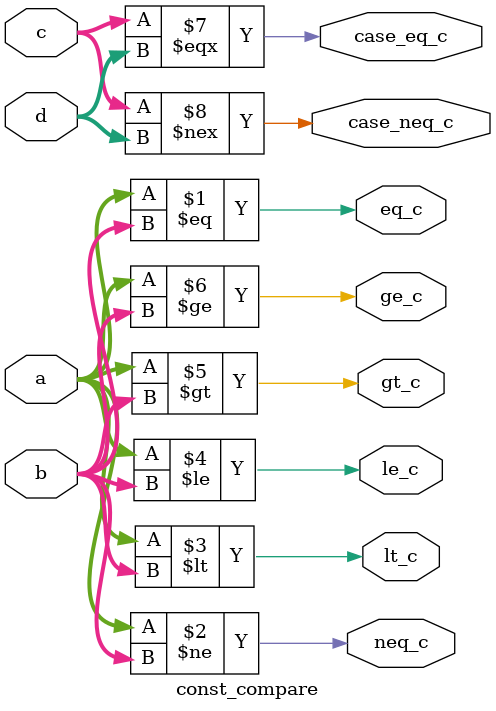
<source format=sv>


module const_compare (
    input  wire [7:0] a,
    input  wire [7:0] b,
    input  wire [3:0] c,
    input  wire [3:0] d,
    output wire       eq_c,       // a == b
    output wire       neq_c,      // a != b
    output wire       lt_c,       // a <  b
    output wire       le_c,       // a <= b
    output wire       gt_c,       // a >  b
    output wire       ge_c,       // a >= b
    output wire       case_eq_c,  // c === d
    output wire       case_neq_c  // c !== d
);
    assign eq_c       = (a ==  b);
    assign neq_c      = (a !=  b);
    assign lt_c       = (a <   b);
    assign le_c       = (a <=  b);
    assign gt_c       = (a >   b);
    assign ge_c       = (a >=  b);
    assign case_eq_c  = (c === d);
    assign case_neq_c = (c !== d);
endmodule

</source>
